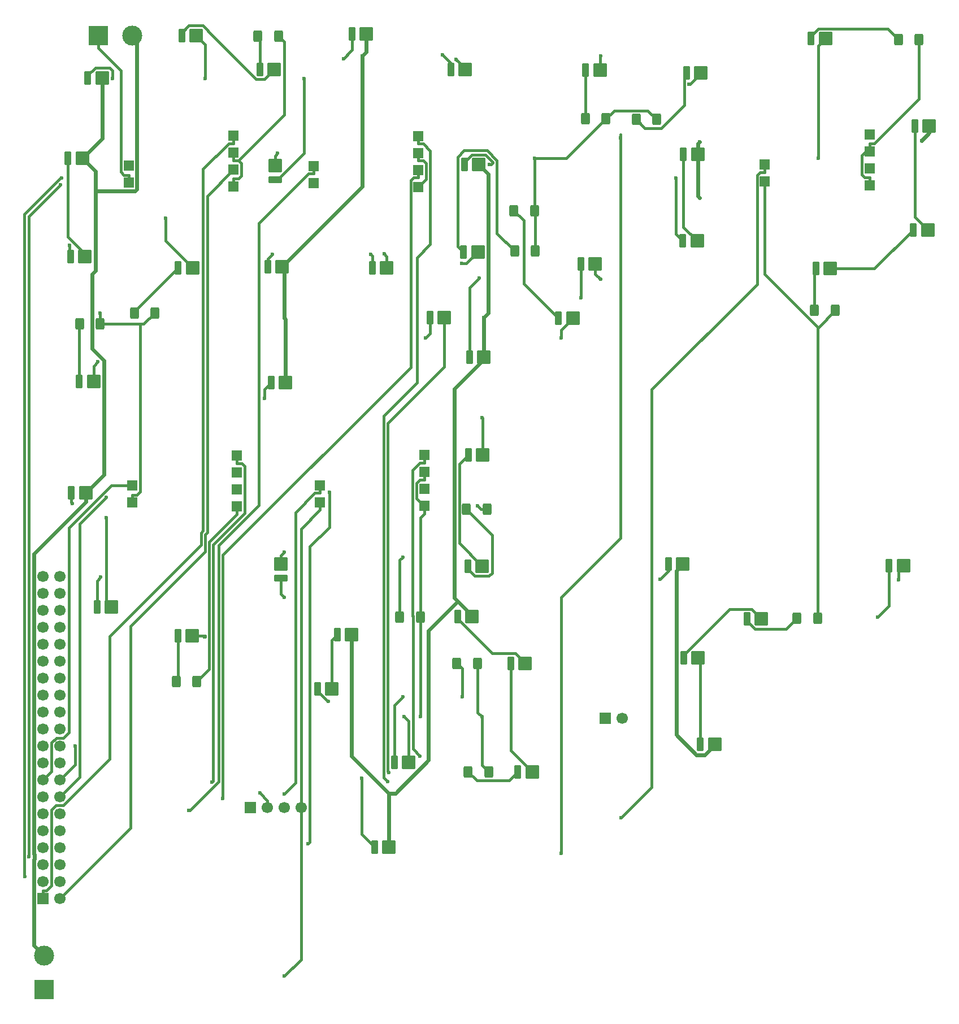
<source format=gbr>
%TF.GenerationSoftware,KiCad,Pcbnew,9.0.2*%
%TF.CreationDate,2025-07-18T21:00:17+02:00*%
%TF.ProjectId,a320-overhead-ventilation_eng_rain-rplnt-wipers,61333230-2d6f-4766-9572-686561642d76,rev?*%
%TF.SameCoordinates,Original*%
%TF.FileFunction,Copper,L1,Top*%
%TF.FilePolarity,Positive*%
%FSLAX46Y46*%
G04 Gerber Fmt 4.6, Leading zero omitted, Abs format (unit mm)*
G04 Created by KiCad (PCBNEW 9.0.2) date 2025-07-18 21:00:17*
%MOMM*%
%LPD*%
G01*
G04 APERTURE LIST*
G04 Aperture macros list*
%AMRoundRect*
0 Rectangle with rounded corners*
0 $1 Rounding radius*
0 $2 $3 $4 $5 $6 $7 $8 $9 X,Y pos of 4 corners*
0 Add a 4 corners polygon primitive as box body*
4,1,4,$2,$3,$4,$5,$6,$7,$8,$9,$2,$3,0*
0 Add four circle primitives for the rounded corners*
1,1,$1+$1,$2,$3*
1,1,$1+$1,$4,$5*
1,1,$1+$1,$6,$7*
1,1,$1+$1,$8,$9*
0 Add four rect primitives between the rounded corners*
20,1,$1+$1,$2,$3,$4,$5,0*
20,1,$1+$1,$4,$5,$6,$7,0*
20,1,$1+$1,$6,$7,$8,$9,0*
20,1,$1+$1,$8,$9,$2,$3,0*%
G04 Aperture macros list end*
%TA.AperFunction,ComponentPad*%
%ADD10R,3.000000X3.000000*%
%TD*%
%TA.AperFunction,ComponentPad*%
%ADD11C,3.000000*%
%TD*%
%TA.AperFunction,SMDPad,CuDef*%
%ADD12RoundRect,0.165000X0.885000X-0.385000X0.885000X0.385000X-0.885000X0.385000X-0.885000X-0.385000X0*%
%TD*%
%TA.AperFunction,SMDPad,CuDef*%
%ADD13RoundRect,0.315000X0.735000X-0.735000X0.735000X0.735000X-0.735000X0.735000X-0.735000X-0.735000X0*%
%TD*%
%TA.AperFunction,ComponentPad*%
%ADD14R,1.500000X1.500000*%
%TD*%
%TA.AperFunction,SMDPad,CuDef*%
%ADD15RoundRect,0.250000X-0.400000X-0.625000X0.400000X-0.625000X0.400000X0.625000X-0.400000X0.625000X0*%
%TD*%
%TA.AperFunction,SMDPad,CuDef*%
%ADD16RoundRect,0.165000X-0.385000X-0.885000X0.385000X-0.885000X0.385000X0.885000X-0.385000X0.885000X0*%
%TD*%
%TA.AperFunction,SMDPad,CuDef*%
%ADD17RoundRect,0.315000X-0.735000X-0.735000X0.735000X-0.735000X0.735000X0.735000X-0.735000X0.735000X0*%
%TD*%
%TA.AperFunction,ComponentPad*%
%ADD18R,1.700000X1.700000*%
%TD*%
%TA.AperFunction,ComponentPad*%
%ADD19C,1.700000*%
%TD*%
%TA.AperFunction,ViaPad*%
%ADD20C,0.600000*%
%TD*%
%TA.AperFunction,Conductor*%
%ADD21C,0.400000*%
%TD*%
%TA.AperFunction,Conductor*%
%ADD22C,0.600000*%
%TD*%
G04 APERTURE END LIST*
D10*
%TO.P,J5,1,Pin_1*%
%TO.N,GND*%
X31585000Y-21139050D03*
D11*
%TO.P,J5,2,Pin_2*%
%TO.N,+12V*%
X36665000Y-21139050D03*
%TD*%
D12*
%TO.P,D14,1,K*%
%TO.N,Net-(D14-K)*%
X58025000Y-42764050D03*
D13*
%TO.P,D14,2,A*%
%TO.N,Net-(D13-K)*%
X58025000Y-40614050D03*
%TD*%
D14*
%TO.P,KR2,1,+5V_TOP_LED*%
%TO.N,Net-(J2-Pin_10)*%
X79500000Y-36214050D03*
%TO.P,KR2,2,GND_TOP_LED*%
%TO.N,GND*%
X79500000Y-38754050D03*
%TO.P,KR2,3,+5V_BOTTOM_LED*%
%TO.N,Net-(J2-Pin_11)*%
X79500000Y-41294050D03*
%TO.P,KR2,4,GND_BOTTOM_LED*%
%TO.N,GND*%
X79500000Y-43834050D03*
%TO.P,KR2,5,SW_IN*%
%TO.N,Net-(J2-Pin_12)*%
X63800000Y-40714050D03*
%TO.P,KR2,6,SW_OUT*%
%TO.N,GND*%
X63800000Y-43254050D03*
%TD*%
D15*
%TO.P,R2,1*%
%TO.N,Net-(D6-K)*%
X104525000Y-33614050D03*
%TO.P,R2,2*%
%TO.N,GND*%
X107625000Y-33614050D03*
%TD*%
D16*
%TO.P,D45,1,K*%
%TO.N,Net-(D45-K)*%
X100500000Y-63539050D03*
D17*
%TO.P,D45,2,A*%
%TO.N,Net-(D44-K)*%
X102650000Y-63539050D03*
%TD*%
D16*
%TO.P,D10,1,K*%
%TO.N,Net-(D10-K)*%
X56950000Y-55814050D03*
D17*
%TO.P,D10,2,A*%
%TO.N,+12V*%
X59100000Y-55814050D03*
%TD*%
D14*
%TO.P,KR5,1,+5V_TOP_LED*%
%TO.N,Net-(J2-Pin_7)*%
X80450000Y-84039050D03*
%TO.P,KR5,2,GND_TOP_LED*%
%TO.N,GND*%
X80450000Y-86579050D03*
%TO.P,KR5,3,+5V_BOTTOM_LED*%
%TO.N,Net-(J2-Pin_8)*%
X80450000Y-89119050D03*
%TO.P,KR5,4,GND_BOTTOM_LED*%
%TO.N,GND*%
X80450000Y-91659050D03*
%TO.P,KR5,5,SW_IN*%
%TO.N,Net-(J2-Pin_9)*%
X64750000Y-88539050D03*
%TO.P,KR5,6,SW_OUT*%
%TO.N,GND*%
X64750000Y-91079050D03*
%TD*%
D15*
%TO.P,R8,1*%
%TO.N,Net-(D24-K)*%
X28750000Y-64389050D03*
%TO.P,R8,2*%
%TO.N,GND*%
X31850000Y-64389050D03*
%TD*%
D16*
%TO.P,D12,1,K*%
%TO.N,Net-(D12-K)*%
X86275000Y-53564050D03*
D17*
%TO.P,D12,2,A*%
%TO.N,Net-(D11-K)*%
X88425000Y-53564050D03*
%TD*%
D16*
%TO.P,D35,1,K*%
%TO.N,Net-(D35-K)*%
X64375000Y-119014050D03*
D17*
%TO.P,D35,2,A*%
%TO.N,Net-(D34-K)*%
X66525000Y-119014050D03*
%TD*%
D18*
%TO.P,J4,1,Pin_1*%
%TO.N,Net-(J2-Pin_17)*%
X54310000Y-136789050D03*
D19*
%TO.P,J4,2,Pin_2*%
%TO.N,Net-(J2-Pin_18)*%
X56850000Y-136789050D03*
%TO.P,J4,3,Pin_3*%
%TO.N,Net-(J2-Pin_19)*%
X59390000Y-136789050D03*
%TO.P,J4,4,Pin_4*%
%TO.N,GND*%
X61930000Y-136789050D03*
%TD*%
D16*
%TO.P,D40,1,K*%
%TO.N,Net-(D40-K)*%
X121750000Y-127339050D03*
D17*
%TO.P,D40,2,A*%
%TO.N,+12V*%
X123900000Y-127339050D03*
%TD*%
D16*
%TO.P,D37,1,K*%
%TO.N,Net-(D37-K)*%
X85400000Y-108214050D03*
D17*
%TO.P,D37,2,A*%
%TO.N,+12V*%
X87550000Y-108214050D03*
%TD*%
D16*
%TO.P,D28,1,K*%
%TO.N,Net-(D28-K)*%
X27525000Y-89714050D03*
D17*
%TO.P,D28,2,A*%
%TO.N,+12V*%
X29675000Y-89714050D03*
%TD*%
D16*
%TO.P,D9,1,K*%
%TO.N,Net-(D9-K)*%
X43525000Y-55939050D03*
D17*
%TO.P,D9,2,A*%
%TO.N,Net-(D8-K)*%
X45675000Y-55939050D03*
%TD*%
D16*
%TO.P,D24,1,K*%
%TO.N,Net-(D24-K)*%
X28700000Y-72964050D03*
D17*
%TO.P,D24,2,A*%
%TO.N,Net-(D23-K)*%
X30850000Y-72964050D03*
%TD*%
D16*
%TO.P,D2,1,K*%
%TO.N,Net-(D2-K)*%
X44060000Y-21164050D03*
D17*
%TO.P,D2,2,A*%
%TO.N,Net-(D1-K)*%
X46210000Y-21164050D03*
%TD*%
D15*
%TO.P,R11,1*%
%TO.N,Net-(D33-K)*%
X43225000Y-117939050D03*
%TO.P,R11,2*%
%TO.N,GND*%
X46325000Y-117939050D03*
%TD*%
D16*
%TO.P,D1,1,K*%
%TO.N,Net-(D1-K)*%
X29985000Y-27489050D03*
D17*
%TO.P,D1,2,A*%
%TO.N,+12V*%
X32135000Y-27489050D03*
%TD*%
D14*
%TO.P,KR3,1,+5V_TOP_LED*%
%TO.N,Net-(J2-Pin_4)*%
X147100000Y-35989050D03*
%TO.P,KR3,2,GND_TOP_LED*%
%TO.N,GND*%
X147100000Y-38529050D03*
%TO.P,KR3,3,+5V_BOTTOM_LED*%
%TO.N,Net-(J2-Pin_5)*%
X147100000Y-41069050D03*
%TO.P,KR3,4,GND_BOTTOM_LED*%
%TO.N,GND*%
X147100000Y-43609050D03*
%TO.P,KR3,5,SW_IN*%
%TO.N,Net-(J2-Pin_6)*%
X131400000Y-40489050D03*
%TO.P,KR3,6,SW_OUT*%
%TO.N,GND*%
X131400000Y-43029050D03*
%TD*%
D16*
%TO.P,D25,1,K*%
%TO.N,Net-(D25-K)*%
X57450000Y-73189050D03*
D17*
%TO.P,D25,2,A*%
%TO.N,+12V*%
X59600000Y-73189050D03*
%TD*%
D16*
%TO.P,D11,1,K*%
%TO.N,Net-(D11-K)*%
X72625000Y-55939050D03*
D17*
%TO.P,D11,2,A*%
%TO.N,Net-(D10-K)*%
X74775000Y-55939050D03*
%TD*%
D16*
%TO.P,D23,1,K*%
%TO.N,Net-(D23-K)*%
X103875000Y-55389050D03*
D17*
%TO.P,D23,2,A*%
%TO.N,Net-(D22-K)*%
X106025000Y-55389050D03*
%TD*%
D16*
%TO.P,D4,1,K*%
%TO.N,Net-(D4-K)*%
X69550000Y-20914050D03*
D17*
%TO.P,D4,2,A*%
%TO.N,+12V*%
X71700000Y-20914050D03*
%TD*%
D16*
%TO.P,D27,1,K*%
%TO.N,Net-(D27-K)*%
X86900000Y-100639050D03*
D17*
%TO.P,D27,2,A*%
%TO.N,Net-(D26-K)*%
X89050000Y-100639050D03*
%TD*%
D15*
%TO.P,R15,1*%
%TO.N,Net-(D45-K)*%
X93825000Y-47389050D03*
%TO.P,R15,2*%
%TO.N,GND*%
X96925000Y-47389050D03*
%TD*%
D16*
%TO.P,D18,1,K*%
%TO.N,Net-(D18-K)*%
X138350000Y-21639050D03*
D17*
%TO.P,D18,2,A*%
%TO.N,Net-(D17-K)*%
X140500000Y-21639050D03*
%TD*%
D16*
%TO.P,D17,1,K*%
%TO.N,Net-(D17-K)*%
X119125000Y-51939050D03*
D17*
%TO.P,D17,2,A*%
%TO.N,Net-(D16-K)*%
X121275000Y-51939050D03*
%TD*%
D16*
%TO.P,D29,1,K*%
%TO.N,Net-(D29-K)*%
X31360000Y-106814050D03*
D17*
%TO.P,D29,2,A*%
%TO.N,Net-(D28-K)*%
X33510000Y-106814050D03*
%TD*%
D16*
%TO.P,D5,1,K*%
%TO.N,Net-(D5-K)*%
X84375000Y-26239050D03*
D17*
%TO.P,D5,2,A*%
%TO.N,Net-(D4-K)*%
X86525000Y-26239050D03*
%TD*%
D16*
%TO.P,D6,1,K*%
%TO.N,Net-(D6-K)*%
X104575000Y-26364050D03*
D17*
%TO.P,D6,2,A*%
%TO.N,Net-(D5-K)*%
X106725000Y-26364050D03*
%TD*%
D16*
%TO.P,D32,1,K*%
%TO.N,Net-(D32-K)*%
X150025000Y-100614050D03*
D17*
%TO.P,D32,2,A*%
%TO.N,Net-(D31-K)*%
X152175000Y-100614050D03*
%TD*%
D16*
%TO.P,D7,1,K*%
%TO.N,Net-(D7-K)*%
X27025000Y-39539050D03*
D17*
%TO.P,D7,2,A*%
%TO.N,+12V*%
X29175000Y-39539050D03*
%TD*%
D15*
%TO.P,R4,1*%
%TO.N,Net-(D12-K)*%
X93950000Y-53464050D03*
%TO.P,R4,2*%
%TO.N,GND*%
X97050000Y-53464050D03*
%TD*%
D16*
%TO.P,D42,1,K*%
%TO.N,Net-(D42-K)*%
X128750000Y-108564050D03*
D17*
%TO.P,D42,2,A*%
%TO.N,Net-(D41-K)*%
X130900000Y-108564050D03*
%TD*%
D16*
%TO.P,D20,1,K*%
%TO.N,Net-(D20-K)*%
X153675000Y-50264050D03*
D17*
%TO.P,D20,2,A*%
%TO.N,Net-(D19-K)*%
X155825000Y-50264050D03*
%TD*%
D16*
%TO.P,D8,1,K*%
%TO.N,Net-(D8-K)*%
X27375000Y-54264050D03*
D17*
%TO.P,D8,2,A*%
%TO.N,Net-(D7-K)*%
X29525000Y-54264050D03*
%TD*%
D16*
%TO.P,D34,1,K*%
%TO.N,Net-(D34-K)*%
X67350000Y-110939050D03*
D17*
%TO.P,D34,2,A*%
%TO.N,+12V*%
X69500000Y-110939050D03*
%TD*%
D18*
%TO.P,J3,1,Pin_1*%
%TO.N,GND*%
X107475000Y-123464050D03*
D19*
%TO.P,J3,2,Pin_2*%
%TO.N,Net-(J2-Pin_16)*%
X110015000Y-123464050D03*
%TD*%
D15*
%TO.P,R6,1*%
%TO.N,Net-(D18-K)*%
X151425000Y-21739050D03*
%TO.P,R6,2*%
%TO.N,GND*%
X154525000Y-21739050D03*
%TD*%
D12*
%TO.P,D30,1,K*%
%TO.N,Net-(D30-K)*%
X58925000Y-102489050D03*
D13*
%TO.P,D30,2,A*%
%TO.N,Net-(D29-K)*%
X58925000Y-100339050D03*
%TD*%
D16*
%TO.P,D21,1,K*%
%TO.N,Net-(D21-K)*%
X139075000Y-56089050D03*
D17*
%TO.P,D21,2,A*%
%TO.N,Net-(D20-K)*%
X141225000Y-56089050D03*
%TD*%
D15*
%TO.P,R14,1*%
%TO.N,Net-(D42-K)*%
X136225000Y-108439050D03*
%TO.P,R14,2*%
%TO.N,GND*%
X139325000Y-108439050D03*
%TD*%
%TO.P,R12,1*%
%TO.N,Net-(D36-K)*%
X85275000Y-115214050D03*
%TO.P,R12,2*%
%TO.N,GND*%
X88375000Y-115214050D03*
%TD*%
D16*
%TO.P,D22,1,K*%
%TO.N,Net-(D22-K)*%
X87150000Y-69389050D03*
D17*
%TO.P,D22,2,A*%
%TO.N,+12V*%
X89300000Y-69389050D03*
%TD*%
D16*
%TO.P,D3,1,K*%
%TO.N,Net-(D3-K)*%
X55775000Y-26239050D03*
D17*
%TO.P,D3,2,A*%
%TO.N,Net-(D2-K)*%
X57925000Y-26239050D03*
%TD*%
D15*
%TO.P,R7,1*%
%TO.N,Net-(D21-K)*%
X138850000Y-62364050D03*
%TO.P,R7,2*%
%TO.N,GND*%
X141950000Y-62364050D03*
%TD*%
D16*
%TO.P,D16,1,K*%
%TO.N,Net-(D16-K)*%
X119225000Y-38989050D03*
D17*
%TO.P,D16,2,A*%
%TO.N,+12V*%
X121375000Y-38989050D03*
%TD*%
D16*
%TO.P,D41,1,K*%
%TO.N,Net-(D41-K)*%
X119250000Y-114389050D03*
D17*
%TO.P,D41,2,A*%
%TO.N,Net-(D40-K)*%
X121400000Y-114389050D03*
%TD*%
D16*
%TO.P,D33,1,K*%
%TO.N,Net-(D33-K)*%
X43475000Y-111064050D03*
D17*
%TO.P,D33,2,A*%
%TO.N,Net-(D32-K)*%
X45625000Y-111064050D03*
%TD*%
D15*
%TO.P,R1,1*%
%TO.N,Net-(D3-K)*%
X55475000Y-21264050D03*
%TO.P,R1,2*%
%TO.N,GND*%
X58575000Y-21264050D03*
%TD*%
D16*
%TO.P,D43,1,K*%
%TO.N,Net-(D43-K)*%
X72925000Y-142764050D03*
D17*
%TO.P,D43,2,A*%
%TO.N,+12V*%
X75075000Y-142764050D03*
%TD*%
D16*
%TO.P,D38,1,K*%
%TO.N,Net-(D38-K)*%
X93375000Y-115214050D03*
D17*
%TO.P,D38,2,A*%
%TO.N,Net-(D37-K)*%
X95525000Y-115214050D03*
%TD*%
D16*
%TO.P,D15,1,K*%
%TO.N,Net-(D15-K)*%
X119700000Y-26764050D03*
D17*
%TO.P,D15,2,A*%
%TO.N,Net-(D14-K)*%
X121850000Y-26764050D03*
%TD*%
D15*
%TO.P,R5,1*%
%TO.N,Net-(D15-K)*%
X112125000Y-33739050D03*
%TO.P,R5,2*%
%TO.N,GND*%
X115225000Y-33739050D03*
%TD*%
%TO.P,R13,1*%
%TO.N,Net-(D39-K)*%
X86950000Y-131489050D03*
%TO.P,R13,2*%
%TO.N,GND*%
X90050000Y-131489050D03*
%TD*%
D16*
%TO.P,D19,1,K*%
%TO.N,Net-(D19-K)*%
X153900000Y-34714050D03*
D17*
%TO.P,D19,2,A*%
%TO.N,+12V*%
X156050000Y-34714050D03*
%TD*%
D15*
%TO.P,R10,1*%
%TO.N,Net-(D30-K)*%
X76725000Y-108314050D03*
%TO.P,R10,2*%
%TO.N,GND*%
X79825000Y-108314050D03*
%TD*%
D16*
%TO.P,D31,1,K*%
%TO.N,Net-(D31-K)*%
X117000000Y-100364050D03*
D17*
%TO.P,D31,2,A*%
%TO.N,+12V*%
X119150000Y-100364050D03*
%TD*%
D16*
%TO.P,D39,1,K*%
%TO.N,Net-(D39-K)*%
X94425000Y-131489050D03*
D17*
%TO.P,D39,2,A*%
%TO.N,Net-(D38-K)*%
X96575000Y-131489050D03*
%TD*%
D14*
%TO.P,KR1,1,+5V_TOP_LED*%
%TO.N,Net-(J2-Pin_1)*%
X51800000Y-36164050D03*
%TO.P,KR1,2,GND_TOP_LED*%
%TO.N,GND*%
X51800000Y-38704050D03*
%TO.P,KR1,3,+5V_BOTTOM_LED*%
%TO.N,Net-(J2-Pin_2)*%
X51800000Y-41244050D03*
%TO.P,KR1,4,GND_BOTTOM_LED*%
%TO.N,GND*%
X51800000Y-43784050D03*
%TO.P,KR1,5,SW_IN*%
%TO.N,Net-(J2-Pin_3)*%
X36100000Y-40664050D03*
%TO.P,KR1,6,SW_OUT*%
%TO.N,GND*%
X36100000Y-43204050D03*
%TD*%
D15*
%TO.P,R3,1*%
%TO.N,Net-(D9-K)*%
X36950000Y-62714050D03*
%TO.P,R3,2*%
%TO.N,GND*%
X40050000Y-62714050D03*
%TD*%
D16*
%TO.P,D26,1,K*%
%TO.N,Net-(D26-K)*%
X87025000Y-84014050D03*
D17*
%TO.P,D26,2,A*%
%TO.N,Net-(D25-K)*%
X89175000Y-84014050D03*
%TD*%
D15*
%TO.P,R9,1*%
%TO.N,Net-(D27-K)*%
X86700000Y-92164050D03*
%TO.P,R9,2*%
%TO.N,GND*%
X89800000Y-92164050D03*
%TD*%
D16*
%TO.P,D44,1,K*%
%TO.N,Net-(D44-K)*%
X81250000Y-63439050D03*
D17*
%TO.P,D44,2,A*%
%TO.N,Net-(D43-K)*%
X83400000Y-63439050D03*
%TD*%
D16*
%TO.P,D13,1,K*%
%TO.N,Net-(D13-K)*%
X86400000Y-40489050D03*
D17*
%TO.P,D13,2,A*%
%TO.N,+12V*%
X88550000Y-40489050D03*
%TD*%
D16*
%TO.P,D36,1,K*%
%TO.N,Net-(D36-K)*%
X75900000Y-130064050D03*
D17*
%TO.P,D36,2,A*%
%TO.N,Net-(D35-K)*%
X78050000Y-130064050D03*
%TD*%
D14*
%TO.P,KR4,1,+5V_TOP_LED*%
%TO.N,Net-(J2-Pin_13)*%
X52325000Y-84089050D03*
%TO.P,KR4,2,GND_TOP_LED*%
%TO.N,GND*%
X52325000Y-86629050D03*
%TO.P,KR4,3,+5V_BOTTOM_LED*%
%TO.N,Net-(J2-Pin_14)*%
X52325000Y-89169050D03*
%TO.P,KR4,4,GND_BOTTOM_LED*%
%TO.N,GND*%
X52325000Y-91709050D03*
%TO.P,KR4,5,SW_IN*%
%TO.N,Net-(J2-Pin_15)*%
X36625000Y-88589050D03*
%TO.P,KR4,6,SW_OUT*%
%TO.N,GND*%
X36625000Y-91129050D03*
%TD*%
D10*
%TO.P,J1,1,Pin_1*%
%TO.N,GND*%
X23425000Y-164104050D03*
D11*
%TO.P,J1,2,Pin_2*%
%TO.N,+12V*%
X23425000Y-159024050D03*
%TD*%
D18*
%TO.P,J2,1,Pin_1*%
%TO.N,Net-(J2-Pin_1)*%
X23260000Y-150489050D03*
D19*
%TO.P,J2,2,Pin_2*%
%TO.N,Net-(J2-Pin_2)*%
X25800000Y-150489050D03*
%TO.P,J2,3,Pin_3*%
%TO.N,Net-(J2-Pin_3)*%
X23260000Y-147949050D03*
%TO.P,J2,4,Pin_4*%
%TO.N,Net-(J2-Pin_4)*%
X25800000Y-147949050D03*
%TO.P,J2,5,Pin_5*%
%TO.N,Net-(J2-Pin_5)*%
X23260000Y-145409050D03*
%TO.P,J2,6,Pin_6*%
%TO.N,Net-(J2-Pin_6)*%
X25800000Y-145409050D03*
%TO.P,J2,7,Pin_7*%
%TO.N,Net-(J2-Pin_7)*%
X23260000Y-142869050D03*
%TO.P,J2,8,Pin_8*%
%TO.N,Net-(J2-Pin_8)*%
X25800000Y-142869050D03*
%TO.P,J2,9,Pin_9*%
%TO.N,Net-(J2-Pin_9)*%
X23260000Y-140329050D03*
%TO.P,J2,10,Pin_10*%
%TO.N,Net-(J2-Pin_10)*%
X25800000Y-140329050D03*
%TO.P,J2,11,Pin_11*%
%TO.N,Net-(J2-Pin_11)*%
X23260000Y-137789050D03*
%TO.P,J2,12,Pin_12*%
%TO.N,Net-(J2-Pin_12)*%
X25800000Y-137789050D03*
%TO.P,J2,13,Pin_13*%
%TO.N,Net-(J2-Pin_13)*%
X23260000Y-135249050D03*
%TO.P,J2,14,Pin_14*%
%TO.N,Net-(J2-Pin_14)*%
X25800000Y-135249050D03*
%TO.P,J2,15,Pin_15*%
%TO.N,Net-(J2-Pin_15)*%
X23260000Y-132709050D03*
%TO.P,J2,16,Pin_16*%
%TO.N,Net-(J2-Pin_16)*%
X25800000Y-132709050D03*
%TO.P,J2,17,Pin_17*%
%TO.N,Net-(J2-Pin_17)*%
X23260000Y-130169050D03*
%TO.P,J2,18,Pin_18*%
%TO.N,Net-(J2-Pin_18)*%
X25800000Y-130169050D03*
%TO.P,J2,19,Pin_19*%
%TO.N,Net-(J2-Pin_19)*%
X23260000Y-127629050D03*
%TO.P,J2,20,Pin_20*%
%TO.N,unconnected-(J2-Pin_20-Pad20)*%
X25800000Y-127629050D03*
%TO.P,J2,21,Pin_21*%
%TO.N,unconnected-(J2-Pin_21-Pad21)*%
X23260000Y-125089050D03*
%TO.P,J2,22,Pin_22*%
%TO.N,unconnected-(J2-Pin_22-Pad22)*%
X25800000Y-125089050D03*
%TO.P,J2,23,Pin_23*%
%TO.N,unconnected-(J2-Pin_23-Pad23)*%
X23260000Y-122549050D03*
%TO.P,J2,24,Pin_24*%
%TO.N,unconnected-(J2-Pin_24-Pad24)*%
X25800000Y-122549050D03*
%TO.P,J2,25,Pin_25*%
%TO.N,unconnected-(J2-Pin_25-Pad25)*%
X23260000Y-120009050D03*
%TO.P,J2,26,Pin_26*%
%TO.N,unconnected-(J2-Pin_26-Pad26)*%
X25800000Y-120009050D03*
%TO.P,J2,27,Pin_27*%
%TO.N,unconnected-(J2-Pin_27-Pad27)*%
X23260000Y-117469050D03*
%TO.P,J2,28,Pin_28*%
%TO.N,unconnected-(J2-Pin_28-Pad28)*%
X25800000Y-117469050D03*
%TO.P,J2,29,Pin_29*%
%TO.N,unconnected-(J2-Pin_29-Pad29)*%
X23260000Y-114929050D03*
%TO.P,J2,30,Pin_30*%
%TO.N,unconnected-(J2-Pin_30-Pad30)*%
X25800000Y-114929050D03*
%TO.P,J2,31,Pin_31*%
%TO.N,unconnected-(J2-Pin_31-Pad31)*%
X23260000Y-112389050D03*
%TO.P,J2,32,Pin_32*%
%TO.N,unconnected-(J2-Pin_32-Pad32)*%
X25800000Y-112389050D03*
%TO.P,J2,33,Pin_33*%
%TO.N,unconnected-(J2-Pin_33-Pad33)*%
X23260000Y-109849050D03*
%TO.P,J2,34,Pin_34*%
%TO.N,unconnected-(J2-Pin_34-Pad34)*%
X25800000Y-109849050D03*
%TO.P,J2,35,Pin_35*%
%TO.N,unconnected-(J2-Pin_35-Pad35)*%
X23260000Y-107309050D03*
%TO.P,J2,36,Pin_36*%
%TO.N,unconnected-(J2-Pin_36-Pad36)*%
X25800000Y-107309050D03*
%TO.P,J2,37,Pin_37*%
%TO.N,unconnected-(J2-Pin_37-Pad37)*%
X23260000Y-104769050D03*
%TO.P,J2,38,Pin_38*%
%TO.N,unconnected-(J2-Pin_38-Pad38)*%
X25800000Y-104769050D03*
%TO.P,J2,39,Pin_39*%
%TO.N,unconnected-(J2-Pin_39-Pad39)*%
X23260000Y-102229050D03*
%TO.P,J2,40,Pin_40*%
%TO.N,unconnected-(J2-Pin_40-Pad40)*%
X25800000Y-102229050D03*
%TD*%
D20*
%TO.N,Net-(J2-Pin_7)*%
X79777000Y-129084250D03*
%TO.N,Net-(J2-Pin_9)*%
X59404600Y-134821050D03*
%TO.N,Net-(J2-Pin_8)*%
X62989800Y-142226150D03*
X66156400Y-89594750D03*
%TO.N,Net-(J2-Pin_14)*%
X32734900Y-90355250D03*
%TO.N,Net-(J2-Pin_13)*%
X48544800Y-133049350D03*
%TO.N,Net-(J2-Pin_6)*%
X109897900Y-138392150D03*
%TO.N,Net-(J2-Pin_4)*%
X109780700Y-36505150D03*
X100890800Y-143665050D03*
%TO.N,Net-(J2-Pin_5)*%
X21175100Y-144166250D03*
X25892700Y-43512150D03*
%TO.N,Net-(J2-Pin_10)*%
X74940200Y-132953550D03*
%TO.N,Net-(J2-Pin_12)*%
X45099200Y-137268750D03*
%TO.N,Net-(J2-Pin_11)*%
X50226300Y-135486150D03*
%TO.N,Net-(J2-Pin_3)*%
X26075800Y-42523250D03*
X20553400Y-147155750D03*
%TO.N,Net-(J2-Pin_18)*%
X55741900Y-134670950D03*
%TO.N,Net-(J2-Pin_16)*%
X28089400Y-127631150D03*
%TO.N,GND*%
X31850000Y-62780550D03*
X89037600Y-123239750D03*
X88352500Y-91642650D03*
X96925000Y-39533750D03*
X59404600Y-162103250D03*
X79817500Y-123239750D03*
%TO.N,Net-(D44-K)*%
X100890800Y-66439250D03*
X80564600Y-66439250D03*
%TO.N,Net-(D43-K)*%
X71000100Y-132465950D03*
X75060500Y-131560950D03*
%TO.N,Net-(D36-K)*%
X86074300Y-120250250D03*
X77182900Y-120250250D03*
%TO.N,Net-(D35-K)*%
X77383000Y-123239750D03*
X66054000Y-120905150D03*
%TO.N,Net-(D32-K)*%
X47461900Y-111281750D03*
X148303600Y-108292250D03*
%TO.N,Net-(D31-K)*%
X151486800Y-102736650D03*
X115707300Y-102611350D03*
%TO.N,Net-(D30-K)*%
X77184400Y-99323750D03*
X59404600Y-105302750D03*
%TO.N,Net-(D29-K)*%
X31910900Y-102313250D03*
X59404600Y-98558450D03*
%TO.N,Net-(D28-K)*%
X32768600Y-93378550D03*
X27680700Y-91307350D03*
%TO.N,Net-(D25-K)*%
X56441300Y-75571050D03*
X89037600Y-78397250D03*
%TO.N,Net-(D23-K)*%
X103854100Y-60460250D03*
X31490000Y-70026050D03*
%TO.N,Net-(D22-K)*%
X88620200Y-57470750D03*
X106817400Y-57702850D03*
%TO.N,Net-(D17-K)*%
X139413700Y-39533750D03*
X118107000Y-42523250D03*
%TO.N,Net-(D14-K)*%
X120026100Y-28442550D03*
X62367900Y-27575750D03*
%TO.N,Net-(D13-K)*%
X90193500Y-40446250D03*
X58403600Y-38800950D03*
%TO.N,Net-(D11-K)*%
X85983200Y-55295350D03*
X72406900Y-53937450D03*
%TO.N,Net-(D10-K)*%
X57675400Y-53911350D03*
X74365700Y-53835350D03*
%TO.N,Net-(D8-K)*%
X41624800Y-48502250D03*
X27252400Y-52559150D03*
%TO.N,Net-(D5-K)*%
X83111000Y-24095650D03*
X106817400Y-24202150D03*
%TO.N,Net-(D4-K)*%
X85129100Y-24741950D03*
X68269400Y-24611350D03*
%TO.N,+12V*%
X71126800Y-24218550D03*
X89300000Y-63449750D03*
X59404600Y-63449750D03*
X154905900Y-36902150D03*
X121633900Y-37063450D03*
X81022000Y-114271250D03*
X118141700Y-114271250D03*
X89984500Y-45512750D03*
X121633900Y-45512750D03*
%TO.N,Net-(D1-K)*%
X33701400Y-27575750D03*
X47551400Y-27575750D03*
%TD*%
D21*
%TO.N,Net-(J2-Pin_7)*%
X78712900Y-128020150D02*
X79777000Y-129084250D01*
X78712900Y-108163750D02*
X78712900Y-128020150D01*
X78648200Y-108099050D02*
X78712900Y-108163750D01*
X78648200Y-86272750D02*
X78648200Y-108099050D01*
X79730200Y-85190750D02*
X78648200Y-86272750D01*
X80450000Y-85190750D02*
X79730200Y-85190750D01*
X80450000Y-84039050D02*
X80450000Y-85190750D01*
%TO.N,Net-(J2-Pin_9)*%
X64750000Y-88539050D02*
X64750000Y-89690750D01*
X64030200Y-89690750D02*
X64750000Y-89690750D01*
X61120100Y-92600850D02*
X64030200Y-89690750D01*
X61120100Y-133105550D02*
X61120100Y-92600850D01*
X59404600Y-134821050D02*
X61120100Y-133105550D01*
%TO.N,Net-(J2-Pin_8)*%
X66156400Y-94795550D02*
X66156400Y-89594750D01*
X63228800Y-97723150D02*
X66156400Y-94795550D01*
X63228800Y-141987150D02*
X63228800Y-97723150D01*
X62989800Y-142226150D02*
X63228800Y-141987150D01*
%TO.N,Net-(J2-Pin_15)*%
X24530000Y-131439050D02*
X23260000Y-132709050D01*
X24530000Y-127128950D02*
X24530000Y-131439050D01*
X25281600Y-126377350D02*
X24530000Y-127128950D01*
X26318700Y-126377350D02*
X25281600Y-126377350D01*
X27134300Y-125561750D02*
X26318700Y-126377350D01*
X27134300Y-94958050D02*
X27134300Y-125561750D01*
X33503300Y-88589050D02*
X27134300Y-94958050D01*
X36625000Y-88589050D02*
X33503300Y-88589050D01*
%TO.N,Net-(J2-Pin_14)*%
X31728100Y-91362050D02*
X32734900Y-90355250D01*
X32734900Y-90355250D02*
X31728100Y-91362050D01*
X31728100Y-91362050D02*
X32734900Y-90355250D01*
X28791100Y-94299050D02*
X31728100Y-91362050D01*
X28791100Y-132257950D02*
X28791100Y-94299050D01*
X25800000Y-135249050D02*
X28791100Y-132257950D01*
%TO.N,Net-(J2-Pin_13)*%
X48765400Y-132828750D02*
X48544800Y-133049350D01*
X48765400Y-97432650D02*
X48765400Y-132828750D01*
X53476700Y-92721350D02*
X48765400Y-97432650D01*
X53476700Y-85672550D02*
X53476700Y-92721350D01*
X53044900Y-85240750D02*
X53476700Y-85672550D01*
X52325000Y-85240750D02*
X53044900Y-85240750D01*
X52325000Y-84089050D02*
X52325000Y-85240750D01*
%TO.N,Net-(J2-Pin_6)*%
X114474600Y-133815450D02*
X109897900Y-138392150D01*
X114474600Y-74208050D02*
X114474600Y-133815450D01*
X130248300Y-58434350D02*
X114474600Y-74208050D01*
X130248300Y-42072550D02*
X130248300Y-58434350D01*
X130680100Y-41640750D02*
X130248300Y-42072550D01*
X131400000Y-41640750D02*
X130680100Y-41640750D01*
X131400000Y-40489050D02*
X131400000Y-41640750D01*
%TO.N,Net-(J2-Pin_4)*%
X100890800Y-105302950D02*
X100890800Y-143665050D01*
X109780700Y-96413050D02*
X100890800Y-105302950D01*
X109780700Y-36505150D02*
X109780700Y-96413050D01*
X109780700Y-36505150D02*
X109780700Y-35989050D01*
X109780700Y-35989050D02*
X109780700Y-36505150D01*
%TO.N,Net-(J2-Pin_5)*%
X21175100Y-48229750D02*
X25892700Y-43512150D01*
X21175100Y-144166250D02*
X21175100Y-48229750D01*
%TO.N,Net-(J2-Pin_10)*%
X79500000Y-36214050D02*
X79500000Y-37365750D01*
X80219800Y-37365750D02*
X79500000Y-37365750D01*
X81267800Y-38413750D02*
X80219800Y-37365750D01*
X81267800Y-52446750D02*
X81267800Y-38413750D01*
X79299800Y-54414750D02*
X81267800Y-52446750D01*
X79299800Y-73198750D02*
X79299800Y-54414750D01*
X74338500Y-78160050D02*
X79299800Y-73198750D01*
X74338500Y-132351850D02*
X74338500Y-78160050D01*
X74940200Y-132953550D02*
X74338500Y-132351850D01*
%TO.N,Net-(J2-Pin_12)*%
X63800000Y-40714050D02*
X63800000Y-41865750D01*
X63080200Y-41865750D02*
X63800000Y-41865750D01*
X55637000Y-49308950D02*
X63080200Y-41865750D01*
X55637000Y-91551550D02*
X55637000Y-49308950D01*
X49626100Y-97562450D02*
X55637000Y-91551550D01*
X49626100Y-132960350D02*
X49626100Y-97562450D01*
X45317700Y-137268750D02*
X49626100Y-132960350D01*
X45099200Y-137268750D02*
X45317700Y-137268750D01*
%TO.N,Net-(J2-Pin_11)*%
X79500000Y-41294050D02*
X79500000Y-42445750D01*
X78780100Y-42445750D02*
X79500000Y-42445750D01*
X78348300Y-42877550D02*
X78780100Y-42445750D01*
X78348300Y-70882550D02*
X78348300Y-42877550D01*
X50227800Y-99003050D02*
X78348300Y-70882550D01*
X50227800Y-135484650D02*
X50227800Y-99003050D01*
X50226300Y-135486150D02*
X50227800Y-135484650D01*
%TO.N,Net-(J2-Pin_3)*%
X20473400Y-147075750D02*
X20553400Y-147155750D01*
X20473400Y-47939250D02*
X20473400Y-147075750D01*
X25889400Y-42523250D02*
X20473400Y-47939250D01*
X26075800Y-42523250D02*
X25889400Y-42523250D01*
%TO.N,Net-(J2-Pin_1)*%
X51800000Y-36164050D02*
X51800000Y-37315750D01*
X23260000Y-150489050D02*
X23260000Y-149237350D01*
X23807700Y-149237350D02*
X23260000Y-149237350D01*
X24511700Y-148533350D02*
X23807700Y-149237350D01*
X24511700Y-137201750D02*
X24511700Y-148533350D01*
X25194400Y-136519050D02*
X24511700Y-137201750D01*
X26301900Y-136519050D02*
X25194400Y-136519050D01*
X33251900Y-129569050D02*
X26301900Y-136519050D01*
X33251900Y-111177150D02*
X33251900Y-129569050D01*
X46960300Y-97468750D02*
X33251900Y-111177150D01*
X46960300Y-95673050D02*
X46960300Y-97468750D01*
X47260500Y-95372850D02*
X46960300Y-95673050D01*
X47260500Y-41135450D02*
X47260500Y-95372850D01*
X51080200Y-37315750D02*
X47260500Y-41135450D01*
X51800000Y-37315750D02*
X51080200Y-37315750D01*
%TO.N,Net-(J2-Pin_2)*%
X36422900Y-139866150D02*
X25800000Y-150489050D01*
X36422900Y-109632550D02*
X36422900Y-139866150D01*
X47562000Y-98493450D02*
X36422900Y-109632550D01*
X47562000Y-95922150D02*
X47562000Y-98493450D01*
X47862200Y-95621950D02*
X47562000Y-95922150D01*
X47862200Y-45181850D02*
X47862200Y-95621950D01*
X51800000Y-41244050D02*
X47862200Y-45181850D01*
%TO.N,Net-(J2-Pin_18)*%
X56850000Y-135779050D02*
X55741900Y-134670950D01*
X56850000Y-136789050D02*
X56850000Y-135779050D01*
%TO.N,Net-(J2-Pin_16)*%
X28089400Y-130419650D02*
X28089400Y-127631150D01*
X25800000Y-132709050D02*
X28089400Y-130419650D01*
%TO.N,GND*%
X113891900Y-32405950D02*
X115225000Y-33739050D01*
X108833100Y-32405950D02*
X113891900Y-32405950D01*
X107625000Y-33614050D02*
X108833100Y-32405950D01*
X97050000Y-47514050D02*
X97050000Y-53464050D01*
X96925000Y-47389050D02*
X97050000Y-47514050D01*
X64750000Y-91079050D02*
X64750000Y-92230750D01*
X31850000Y-64389050D02*
X31850000Y-62780550D01*
X88375000Y-122577150D02*
X88375000Y-115214050D01*
X89037600Y-123239750D02*
X88375000Y-122577150D01*
X89037600Y-130476650D02*
X89037600Y-123239750D01*
X90050000Y-131489050D02*
X89037600Y-130476650D01*
X51800000Y-43784050D02*
X51800000Y-42632350D01*
X51800000Y-38704050D02*
X51800000Y-39855750D01*
X35380100Y-42052350D02*
X36100000Y-42052350D01*
X34948300Y-41620550D02*
X35380100Y-42052350D01*
X34948300Y-26404050D02*
X34948300Y-41620550D01*
X31585000Y-23040750D02*
X34948300Y-26404050D01*
X31585000Y-21139050D02*
X31585000Y-23040750D01*
X36100000Y-43204050D02*
X36100000Y-42052350D01*
X88873900Y-92164050D02*
X88352500Y-91642650D01*
X89800000Y-92164050D02*
X88873900Y-92164050D01*
X52325000Y-91709050D02*
X52325000Y-92860750D01*
X80450000Y-91659050D02*
X80450000Y-91727650D01*
X80450000Y-91727650D02*
X80450000Y-92810750D01*
X80450000Y-86579050D02*
X80450000Y-87730750D01*
X52951700Y-40287550D02*
X52519900Y-39855750D01*
X52951700Y-42200450D02*
X52951700Y-40287550D01*
X52519800Y-42632350D02*
X52951700Y-42200450D01*
X51800000Y-42632350D02*
X52519800Y-42632350D01*
X59387500Y-32988150D02*
X52519900Y-39855750D01*
X59387500Y-22076550D02*
X59387500Y-32988150D01*
X58575000Y-21264050D02*
X59387500Y-22076550D01*
X52519900Y-39855750D02*
X51800000Y-39855750D01*
X147819800Y-37377350D02*
X147100000Y-37377350D01*
X154525000Y-30672150D02*
X147819800Y-37377350D01*
X154525000Y-21739050D02*
X154525000Y-30672150D01*
X101705300Y-39533750D02*
X96925000Y-39533750D01*
X107625000Y-33614050D02*
X101705300Y-39533750D01*
X96925000Y-39533750D02*
X96925000Y-47389050D01*
X61930000Y-159577850D02*
X61930000Y-136789050D01*
X59404600Y-162103250D02*
X61930000Y-159577850D01*
X48163700Y-116100350D02*
X46325000Y-117939050D01*
X48163700Y-97022050D02*
X48163700Y-116100350D01*
X52325000Y-92860750D02*
X48163700Y-97022050D01*
X79266500Y-90544150D02*
X80450000Y-91727650D01*
X79266500Y-88194450D02*
X79266500Y-90544150D01*
X79730200Y-87730750D02*
X79266500Y-88194450D01*
X80450000Y-87730750D02*
X79730200Y-87730750D01*
X131400000Y-56899950D02*
X131400000Y-43029050D01*
X139407100Y-64906950D02*
X131400000Y-56899950D01*
X139325000Y-64989050D02*
X139407100Y-64906950D01*
X139325000Y-108439050D02*
X139325000Y-64989050D01*
X139407100Y-64906950D02*
X141950000Y-62364050D01*
X80666100Y-42667950D02*
X79500000Y-43834050D01*
X80666100Y-40326250D02*
X80666100Y-42667950D01*
X80245600Y-39905750D02*
X80666100Y-40326250D01*
X79500000Y-39905750D02*
X80245600Y-39905750D01*
X79500000Y-38754050D02*
X79500000Y-39905750D01*
X147100000Y-38529050D02*
X147100000Y-37953150D01*
X147100000Y-37953150D02*
X147100000Y-37377350D01*
X146380100Y-42457350D02*
X147100000Y-42457350D01*
X145948300Y-42025550D02*
X146380100Y-42457350D01*
X145948300Y-39104850D02*
X145948300Y-42025550D01*
X147100000Y-37953150D02*
X145948300Y-39104850D01*
X147100000Y-43609050D02*
X147100000Y-42457350D01*
X36625000Y-91129050D02*
X36625000Y-89977350D01*
X37344800Y-89977350D02*
X36625000Y-89977350D01*
X37811700Y-89510450D02*
X37344800Y-89977350D01*
X37811700Y-64389050D02*
X37811700Y-89510450D01*
X38375000Y-64389050D02*
X37811700Y-64389050D01*
X40050000Y-62714050D02*
X38375000Y-64389050D01*
X37811700Y-64389050D02*
X31850000Y-64389050D01*
X61930000Y-95050750D02*
X61930000Y-136789050D01*
X64750000Y-92230750D02*
X61930000Y-95050750D01*
X79825000Y-93435750D02*
X80450000Y-92810750D01*
X79825000Y-108314050D02*
X79825000Y-93435750D01*
X79817500Y-108321550D02*
X79817500Y-123239750D01*
X79825000Y-108314050D02*
X79817500Y-108321550D01*
X88352500Y-91642650D02*
X88613200Y-91903350D01*
X88613200Y-91903350D02*
X88352500Y-91642650D01*
%TO.N,Net-(D45-K)*%
X95291600Y-48855650D02*
X93825000Y-47389050D01*
X95291600Y-58330650D02*
X95291600Y-48855650D01*
X100500000Y-63539050D02*
X95291600Y-58330650D01*
%TO.N,Net-(D44-K)*%
X100890800Y-65298250D02*
X100890800Y-66439250D01*
X102650000Y-63539050D02*
X100890800Y-65298250D01*
X81250000Y-65753850D02*
X81250000Y-63439050D01*
X80564600Y-66439250D02*
X81250000Y-65753850D01*
%TO.N,Net-(D43-K)*%
X71000100Y-140839150D02*
X71000100Y-132465950D01*
X72925000Y-142764050D02*
X71000100Y-140839150D01*
X83400000Y-70815550D02*
X83400000Y-63439050D01*
X74940200Y-79275350D02*
X83400000Y-70815550D01*
X74940200Y-131440650D02*
X74940200Y-79275350D01*
X75060500Y-131560950D02*
X74940200Y-131440650D01*
%TO.N,Net-(D42-K)*%
X134598300Y-110065750D02*
X136225000Y-108439050D01*
X129906200Y-110065750D02*
X134598300Y-110065750D01*
X128750000Y-108909550D02*
X129906200Y-110065750D01*
X128750000Y-108564050D02*
X128750000Y-108909550D01*
%TO.N,Net-(D41-K)*%
X119250000Y-113965050D02*
X119250000Y-114389050D01*
X126111100Y-107103950D02*
X119250000Y-113965050D01*
X129439900Y-107103950D02*
X126111100Y-107103950D01*
X130900000Y-108564050D02*
X129439900Y-107103950D01*
%TO.N,Net-(D40-K)*%
X121750000Y-114739050D02*
X121400000Y-114389050D01*
X121750000Y-127339050D02*
X121750000Y-114739050D01*
%TO.N,Net-(D39-K)*%
X93107000Y-132807050D02*
X94425000Y-131489050D01*
X88268000Y-132807050D02*
X93107000Y-132807050D01*
X86950000Y-131489050D02*
X88268000Y-132807050D01*
%TO.N,Net-(D38-K)*%
X93375000Y-128289050D02*
X96575000Y-131489050D01*
X93375000Y-115214050D02*
X93375000Y-128289050D01*
%TO.N,Net-(D37-K)*%
X94064200Y-113753250D02*
X95525000Y-115214050D01*
X90561400Y-113753250D02*
X94064200Y-113753250D01*
X85400000Y-108591850D02*
X90561400Y-113753250D01*
X85400000Y-108214050D02*
X85400000Y-108591850D01*
%TO.N,Net-(D36-K)*%
X86074300Y-116013350D02*
X86074300Y-120250250D01*
X85275000Y-115214050D02*
X86074300Y-116013350D01*
X75900000Y-121533150D02*
X75900000Y-130064050D01*
X77182900Y-120250250D02*
X75900000Y-121533150D01*
%TO.N,Net-(D35-K)*%
X64375000Y-119350550D02*
X64375000Y-119014050D01*
X65929600Y-120905150D02*
X64375000Y-119350550D01*
X66054000Y-120905150D02*
X65929600Y-120905150D01*
X78050000Y-123906750D02*
X78050000Y-130064050D01*
X77383000Y-123239750D02*
X78050000Y-123906750D01*
%TO.N,Net-(D34-K)*%
X66525000Y-111764050D02*
X67350000Y-110939050D01*
X66525000Y-119014050D02*
X66525000Y-111764050D01*
%TO.N,Net-(D33-K)*%
X43475000Y-117689050D02*
X43475000Y-111064050D01*
X43225000Y-117939050D02*
X43475000Y-117689050D01*
%TO.N,Net-(D32-K)*%
X150025000Y-106570850D02*
X150025000Y-100614050D01*
X148303600Y-108292250D02*
X150025000Y-106570850D01*
X47562000Y-111281750D02*
X47461900Y-111281750D01*
X47562000Y-111064050D02*
X47562000Y-111281750D01*
X45625000Y-111064050D02*
X47562000Y-111064050D01*
X47461900Y-111281750D02*
X47562000Y-111281750D01*
X47562000Y-111281750D02*
X47461900Y-111281750D01*
%TO.N,Net-(D31-K)*%
X151486800Y-101302250D02*
X151486800Y-102736650D01*
X152175000Y-100614050D02*
X151486800Y-101302250D01*
X117000000Y-101318650D02*
X117000000Y-100364050D01*
X115707300Y-102611350D02*
X117000000Y-101318650D01*
%TO.N,Net-(D30-K)*%
X76725000Y-99783150D02*
X77184400Y-99323750D01*
X76725000Y-108314050D02*
X76725000Y-99783150D01*
X58925000Y-104823150D02*
X58925000Y-102489050D01*
X59404600Y-105302750D02*
X58925000Y-104823150D01*
%TO.N,Net-(D29-K)*%
X31360000Y-102864150D02*
X31910900Y-102313250D01*
X31360000Y-106814050D02*
X31360000Y-102864150D01*
X58925000Y-99038050D02*
X58925000Y-100339050D01*
X59404600Y-98558450D02*
X58925000Y-99038050D01*
%TO.N,Net-(D28-K)*%
X32768600Y-106072650D02*
X32768600Y-93378550D01*
X33510000Y-106814050D02*
X32768600Y-106072650D01*
X27525000Y-91151650D02*
X27525000Y-89714050D01*
X27680700Y-91307350D02*
X27525000Y-91151650D01*
%TO.N,Net-(D27-K)*%
X86900000Y-101072050D02*
X86900000Y-100639050D01*
X87938400Y-102110450D02*
X86900000Y-101072050D01*
X90105900Y-102110450D02*
X87938400Y-102110450D01*
X90539800Y-101676550D02*
X90105900Y-102110450D01*
X90539800Y-96003850D02*
X90539800Y-101676550D01*
X86700000Y-92164050D02*
X90539800Y-96003850D01*
%TO.N,Net-(D26-K)*%
X85645200Y-85393850D02*
X87025000Y-84014050D01*
X85645200Y-97234250D02*
X85645200Y-85393850D01*
X89050000Y-100639050D02*
X85645200Y-97234250D01*
%TO.N,Net-(D25-K)*%
X56441300Y-74197750D02*
X56441300Y-75571050D01*
X57450000Y-73189050D02*
X56441300Y-74197750D01*
X89175000Y-78534650D02*
X89175000Y-84014050D01*
X89037600Y-78397250D02*
X89175000Y-78534650D01*
%TO.N,Net-(D24-K)*%
X28700000Y-64439050D02*
X28750000Y-64389050D01*
X28700000Y-72964050D02*
X28700000Y-64439050D01*
%TO.N,Net-(D23-K)*%
X103875000Y-60439350D02*
X103854100Y-60460250D01*
X103875000Y-55389050D02*
X103875000Y-60439350D01*
X30850000Y-70666050D02*
X30850000Y-72964050D01*
X31490000Y-70026050D02*
X30850000Y-70666050D01*
%TO.N,Net-(D22-K)*%
X87150000Y-58940950D02*
X87150000Y-69389050D01*
X88620200Y-57470750D02*
X87150000Y-58940950D01*
X106025000Y-56910450D02*
X106025000Y-55389050D01*
X106817400Y-57702850D02*
X106025000Y-56910450D01*
X106817400Y-57702850D02*
X106585300Y-57470750D01*
X106585300Y-57470750D02*
X106817400Y-57702850D01*
X88620200Y-57470750D02*
X87150000Y-58940950D01*
X87150000Y-58940950D02*
X88620200Y-57470750D01*
%TO.N,Net-(D21-K)*%
X138850000Y-56314050D02*
X139075000Y-56089050D01*
X138850000Y-62364050D02*
X138850000Y-56314050D01*
%TO.N,Net-(D20-K)*%
X147850000Y-56089050D02*
X153675000Y-50264050D01*
X141225000Y-56089050D02*
X147850000Y-56089050D01*
%TO.N,Net-(D19-K)*%
X153900000Y-48339050D02*
X155825000Y-50264050D01*
X153900000Y-34714050D02*
X153900000Y-48339050D01*
%TO.N,Net-(D18-K)*%
X149837000Y-20151050D02*
X151425000Y-21739050D01*
X139469800Y-20151050D02*
X149837000Y-20151050D01*
X138350000Y-21270850D02*
X139469800Y-20151050D01*
X138350000Y-21639050D02*
X138350000Y-21270850D01*
%TO.N,Net-(D17-K)*%
X139413700Y-22725350D02*
X139413700Y-39533750D01*
X140500000Y-21639050D02*
X139413700Y-22725350D01*
X118107000Y-50921050D02*
X119125000Y-51939050D01*
X118107000Y-42523250D02*
X118107000Y-50921050D01*
%TO.N,Net-(D16-K)*%
X119225000Y-49889050D02*
X119225000Y-38989050D01*
X121275000Y-51939050D02*
X119225000Y-49889050D01*
%TO.N,Net-(D15-K)*%
X113418200Y-35032250D02*
X112125000Y-33739050D01*
X115893000Y-35032250D02*
X113418200Y-35032250D01*
X119324400Y-31600850D02*
X115893000Y-35032250D01*
X119324400Y-27139650D02*
X119324400Y-31600850D01*
X119700000Y-26764050D02*
X119324400Y-27139650D01*
%TO.N,Net-(D14-K)*%
X120171500Y-28442550D02*
X120026100Y-28442550D01*
X121850000Y-26764050D02*
X120171500Y-28442550D01*
X58411500Y-42764050D02*
X58025000Y-42764050D01*
X62367900Y-38807650D02*
X58411500Y-42764050D01*
X62367900Y-27575750D02*
X62367900Y-38807650D01*
%TO.N,Net-(D13-K)*%
X90424100Y-40446250D02*
X90193500Y-40446250D01*
X90661800Y-40208550D02*
X90424100Y-40446250D01*
X90661800Y-40114750D02*
X90661800Y-40208550D01*
X89550200Y-39003150D02*
X90661800Y-40114750D01*
X87514300Y-39003150D02*
X89550200Y-39003150D01*
X86400000Y-40117450D02*
X87514300Y-39003150D01*
X86400000Y-40489050D02*
X86400000Y-40117450D01*
X58025000Y-39179550D02*
X58025000Y-40614050D01*
X58403600Y-38800950D02*
X58025000Y-39179550D01*
%TO.N,Net-(D12-K)*%
X85439300Y-52728350D02*
X86275000Y-53564050D01*
X85439300Y-39340950D02*
X85439300Y-52728350D01*
X86378800Y-38401450D02*
X85439300Y-39340950D01*
X89799300Y-38401450D02*
X86378800Y-38401450D01*
X91263500Y-39865650D02*
X89799300Y-38401450D01*
X91263500Y-50777550D02*
X91263500Y-39865650D01*
X93950000Y-53464050D02*
X91263500Y-50777550D01*
%TO.N,Net-(D11-K)*%
X86693700Y-55295350D02*
X85983200Y-55295350D01*
X88425000Y-53564050D02*
X86693700Y-55295350D01*
X72625000Y-54155550D02*
X72625000Y-55939050D01*
X72406900Y-53937450D02*
X72625000Y-54155550D01*
%TO.N,Net-(D10-K)*%
X56950000Y-54636750D02*
X57675400Y-53911350D01*
X56950000Y-55814050D02*
X56950000Y-54636750D01*
X74775000Y-54244650D02*
X74775000Y-55939050D01*
X74365700Y-53835350D02*
X74775000Y-54244650D01*
%TO.N,Net-(D9-K)*%
X36950000Y-62514050D02*
X43525000Y-55939050D01*
X36950000Y-62714050D02*
X36950000Y-62514050D01*
%TO.N,Net-(D8-K)*%
X41624800Y-51888850D02*
X41624800Y-48502250D01*
X45675000Y-55939050D02*
X41624800Y-51888850D01*
X27252400Y-54141450D02*
X27375000Y-54264050D01*
X27252400Y-52559150D02*
X27252400Y-54141450D01*
%TO.N,Net-(D7-K)*%
X27025000Y-51339450D02*
X27025000Y-39539050D01*
X29525000Y-53839450D02*
X27025000Y-51339450D01*
X29525000Y-54264050D02*
X29525000Y-53839450D01*
%TO.N,Net-(D6-K)*%
X104575000Y-33564050D02*
X104575000Y-26364050D01*
X104525000Y-33614050D02*
X104575000Y-33564050D01*
%TO.N,Net-(D5-K)*%
X84375000Y-25359650D02*
X84375000Y-26239050D01*
X83111000Y-24095650D02*
X84375000Y-25359650D01*
X106725000Y-24294550D02*
X106725000Y-26364050D01*
X106817400Y-24202150D02*
X106725000Y-24294550D01*
%TO.N,Net-(D4-K)*%
X86525000Y-26137850D02*
X86525000Y-26239050D01*
X85129100Y-24741950D02*
X86525000Y-26137850D01*
X69550000Y-23330750D02*
X69550000Y-20914050D01*
X68269400Y-24611350D02*
X69550000Y-23330750D01*
X68269400Y-24611350D02*
X69257200Y-23623550D01*
X69257200Y-23623550D02*
X68269400Y-24611350D01*
X85129100Y-24741950D02*
X85260000Y-24872850D01*
X85260000Y-24872850D02*
X85129100Y-24741950D01*
%TO.N,Net-(D3-K)*%
X55775000Y-21564050D02*
X55475000Y-21264050D01*
X55775000Y-26239050D02*
X55775000Y-21564050D01*
%TO.N,Net-(D2-K)*%
X44060000Y-20741250D02*
X44060000Y-21164050D01*
X45148500Y-19652750D02*
X44060000Y-20741250D01*
X47199100Y-19652750D02*
X45148500Y-19652750D01*
X47979100Y-20432750D02*
X47199100Y-19652750D01*
X47979100Y-20534850D02*
X47979100Y-20432750D01*
X55164100Y-27719850D02*
X47979100Y-20534850D01*
X56444200Y-27719850D02*
X55164100Y-27719850D01*
X57925000Y-26239050D02*
X56444200Y-27719850D01*
D22*
%TO.N,+12V*%
X84925100Y-105456850D02*
X85402000Y-105933750D01*
X84925100Y-74106250D02*
X84925100Y-105456850D01*
X89300000Y-69731350D02*
X84925100Y-74106250D01*
X89300000Y-69389050D02*
X89300000Y-69731350D01*
X75075000Y-142764050D02*
X75075000Y-134685950D01*
X69500000Y-129110950D02*
X69500000Y-110939050D01*
X75075000Y-134685950D02*
X69500000Y-129110950D01*
X87550000Y-108081750D02*
X87550000Y-108214050D01*
X85402000Y-105933750D02*
X87550000Y-108081750D01*
X71126800Y-43787250D02*
X59100000Y-55814050D01*
X71126800Y-24218550D02*
X71126800Y-43787250D01*
X71700000Y-23645350D02*
X71126800Y-24218550D01*
X71700000Y-20914050D02*
X71700000Y-23645350D01*
X32135000Y-36579050D02*
X29175000Y-39539050D01*
X32135000Y-27489050D02*
X32135000Y-36579050D01*
X89300000Y-63449750D02*
X89300000Y-69389050D01*
X59600000Y-63645150D02*
X59404600Y-63449750D01*
X59600000Y-73189050D02*
X59600000Y-63645150D01*
X59404600Y-56118650D02*
X59100000Y-55814050D01*
X59404600Y-63449750D02*
X59404600Y-56118650D01*
X29675000Y-91001550D02*
X29675000Y-89714050D01*
X21896700Y-98779850D02*
X29675000Y-91001550D01*
X21896700Y-143754050D02*
X21896700Y-98779850D01*
X21976800Y-143834150D02*
X21896700Y-143754050D01*
X21976800Y-144498350D02*
X21976800Y-143834150D01*
X21896700Y-144578450D02*
X21976800Y-144498350D01*
X21896700Y-157495750D02*
X21896700Y-144578450D01*
X23425000Y-159024050D02*
X21896700Y-157495750D01*
X31126500Y-56435950D02*
X31126500Y-44486150D01*
X30669200Y-56893250D02*
X31126500Y-56435950D01*
X30669200Y-68071450D02*
X30669200Y-56893250D01*
X32451000Y-69853250D02*
X30669200Y-68071450D01*
X32451000Y-86938050D02*
X32451000Y-69853250D01*
X29675000Y-89714050D02*
X32451000Y-86938050D01*
X37360000Y-21834050D02*
X36665000Y-21139050D01*
X37360000Y-44193950D02*
X37360000Y-21834050D01*
X37067800Y-44486150D02*
X37360000Y-44193950D01*
X31126500Y-44486150D02*
X37067800Y-44486150D01*
X31126500Y-41490550D02*
X29175000Y-39539050D01*
X31126500Y-44486150D02*
X31126500Y-41490550D01*
X156050000Y-35758050D02*
X154905900Y-36902150D01*
X156050000Y-34714050D02*
X156050000Y-35758050D01*
X121375000Y-37322350D02*
X121375000Y-38989050D01*
X121633900Y-37063450D02*
X121375000Y-37322350D01*
X81022000Y-129761250D02*
X81022000Y-114271250D01*
X76097300Y-134685950D02*
X81022000Y-129761250D01*
X75075000Y-134685950D02*
X76097300Y-134685950D01*
X118141700Y-125948750D02*
X118141700Y-114271250D01*
X121115800Y-128922850D02*
X118141700Y-125948750D01*
X122392900Y-128922850D02*
X121115800Y-128922850D01*
X123900000Y-127415750D02*
X122392900Y-128922850D01*
X123900000Y-127339050D02*
X123900000Y-127415750D01*
X118141700Y-101372350D02*
X119150000Y-100364050D01*
X118141700Y-114271250D02*
X118141700Y-101372350D01*
X81022000Y-110313750D02*
X85402000Y-105933750D01*
X81022000Y-114271250D02*
X81022000Y-110313750D01*
X89984500Y-62765250D02*
X89300000Y-63449750D01*
X89984500Y-45512750D02*
X89984500Y-62765250D01*
X121375000Y-45253850D02*
X121375000Y-38989050D01*
X121633900Y-45512750D02*
X121375000Y-45253850D01*
X89984500Y-41923550D02*
X89984500Y-45512750D01*
X88550000Y-40489050D02*
X89984500Y-41923550D01*
D21*
%TO.N,Net-(D1-K)*%
X33701400Y-26460650D02*
X33701400Y-27575750D01*
X33239400Y-25998650D02*
X33701400Y-26460650D01*
X31115100Y-25998650D02*
X33239400Y-25998650D01*
X29985000Y-27128750D02*
X31115100Y-25998650D01*
X29985000Y-27489050D02*
X29985000Y-27128750D01*
X47551400Y-22505450D02*
X46210000Y-21164050D01*
X47551400Y-27575750D02*
X47551400Y-22505450D01*
%TD*%
M02*

</source>
